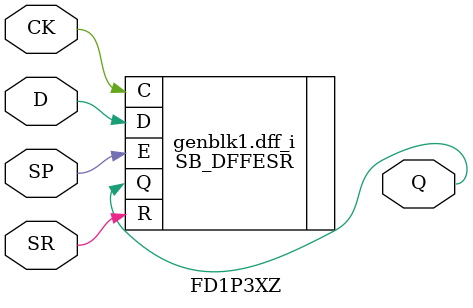
<source format=v>
/*
This maps new-style Radiant cells, where possible, to the older iCEcube
SB_ cells

Some mappings are not easily possible, for example IO buffers and registers
are separated in the Radiant cell library but were fused in iCEcube
*/

// Bidirectional IO buffer
module BB_B (input T_N, input I, output O, inout B );
 SB_IO #(
   .PIN_TYPE(6'b101001),
   .PULLUP(1'b1)
 ) sb_io_i (
    .PACKAGE_PIN(B),
    .D_OUT_0(I),
    .D_IN_0(O),
    .OUTPUT_ENABLE(T_N)
 );
endmodule

// Bidirectional IO buffer, I3C capable
module BB_I3C (input T_N, I, PU_ENB, WEAK_PU_ENB, output O, inout B);
parameter PULLMODE = "100K";

SB_IO_I3C #(
  .PIN_TYPE(6'b101001),
  .PULLUP(1'b1),
  .PULLMODE(PULLMODE) // TODO: make arachne-pnr recognize this as well as the legacy attribute mechanism
) sb_io_i3c_i (
   .PACKAGE_PIN(B),
   .D_OUT_0(I),
   .D_IN_0(O),
   .OUTPUT_ENABLE(T_N),
   .PU_ENB(PU_ENB),
   .WEAK_PU_ENB(WEAK_PU_ENB)
);
endmodule

// Bidirectional IO buffer, open drain
module BB_OD (input T_N, I, output O, inout B);
 SB_IO_OD #(
   .PIN_TYPE(6'b101001),
   .PULLUP(1'b1)
 ) sb_io_od_i (
    .PACKAGEPIN(B),
    .DOUT0(I),
    .DIN0(O),
    .OUTPUTENABLE(T_N)
 );
endmodule

// Non-inverting buffer
module BUF (input A, output Z); assign Z = A; endmodule

// Dual carry chain
module CCU2_B(input A0, B0, C0, CIN, A1, B1, C1, output COUT, S0, S1);
parameter INIT0 = "0xc33c";
parameter INIT1 = "0xc33c";

wire carry;

SB_LUT4 #(.LUT_INIT(INIT0)) lut_0 (.O(S0), .I0(A0), .I1(B0), .I2(C0), .I3(CIN));
SB_CARRY carry_0 (.CO(carry), .I0(B0), .I1(C0), .CI(CIN));

SB_LUT4 #(.LUT_INIT(INIT1)) lut_1 (.O(S1), .I0(A1), .I1(B1), .I2(C1), .I3(carry));
SB_CARRY carry_1 (.CO(COUT), .I0(B1), .I1(C1), .CI(carry));

endmodule

// 4kbit block RAM
module EBR_B (
	input RADDR10, RADDR9, RADDR8, RADDR7, RADDR6, RADDR5, RADDR4, RADDR3, RADDR2, RADDR1, RADDR0,
				WADDR10, WADDR9, WADDR8, WADDR7, WADDR6, WADDR5, WADDR4, WADDR3, WADDR2, WADDR1, WADDR0,
				MASK_N15, MASK_N14, MASK_N13, MASK_N12, MASK_N11, MASK_N10, MASK_N9, MASK_N8, MASK_N7, MASK_N6, MASK_N5, MASK_N4, MASK_N3, MASK_N2, MASK_N1, MASK_N0,
				WDATA15, WDATA14, WDATA13, WDATA12, WDATA11, WDATA10, WDATA9, WDATA8, WDATA7, WDATA6, WDATA5, WDATA4, WDATA3, WDATA2, WDATA1, WDATA0,
				RCLKE, RCLK, RE, WCLKE, WCLK, WE, 
	output RDATA15, RDATA14, RDATA13, RDATA12, RDATA11, RDATA10, RDATA9, RDATA8, RDATA7, RDATA6, RDATA5, RDATA4, RDATA3, RDATA2, RDATA1, RDATA0);

	parameter INIT_0 = "0x0000000000000000000000000000000000000000000000000000000000000000";
	parameter INIT_1 = "0x0000000000000000000000000000000000000000000000000000000000000000";
	parameter INIT_2 = "0x0000000000000000000000000000000000000000000000000000000000000000";
	parameter INIT_3 = "0x0000000000000000000000000000000000000000000000000000000000000000";
	parameter INIT_4 = "0x0000000000000000000000000000000000000000000000000000000000000000";
	parameter INIT_5 = "0x0000000000000000000000000000000000000000000000000000000000000000";
	parameter INIT_6 = "0x0000000000000000000000000000000000000000000000000000000000000000";
	parameter INIT_7 = "0x0000000000000000000000000000000000000000000000000000000000000000";
	parameter INIT_8 = "0x0000000000000000000000000000000000000000000000000000000000000000";
	parameter INIT_9 = "0x0000000000000000000000000000000000000000000000000000000000000000";
	parameter INIT_A = "0x0000000000000000000000000000000000000000000000000000000000000000";
	parameter INIT_B = "0x0000000000000000000000000000000000000000000000000000000000000000";
	parameter INIT_C = "0x0000000000000000000000000000000000000000000000000000000000000000";
	parameter INIT_D = "0x0000000000000000000000000000000000000000000000000000000000000000";
	parameter INIT_E = "0x0000000000000000000000000000000000000000000000000000000000000000";
	parameter INIT_F = "0x0000000000000000000000000000000000000000000000000000000000000000";
	parameter DATA_WIDTH_W = "2";
	parameter DATA_WIDTH_R = "2";

wire RADDR = {RADDR10, RADDR9, RADDR8, RADDR7, RADDR6, RADDR5, RADDR4, RADDR3, RADDR2, RADDR1, RADDR0};
wire WADDR = {WADDR10, WADDR9, WADDR8, WADDR7, WADDR6, WADDR5, WADDR4, WADDR3, WADDR2, WADDR1, WADDR0};
wire MASK = {MASK_N15, MASK_N14, MASK_N13, MASK_N12, MASK_N11, MASK_N10, MASK_N9, MASK_N8, MASK_N7, MASK_N6, MASK_N5, MASK_N4, MASK_N3, MASK_N2, MASK_N1, MASK_N0};
wire WDATA = {WDATA15, WDATA14, WDATA13, WDATA12, WDATA11, WDATA10, WDATA9, WDATA8, WDATA7, WDATA6, WDATA5, WDATA4, WDATA3, WDATA2, WDATA1, WDATA0};

localparam WRITE_MODE = (DATA_WIDTH_W == "16") ? 0 : ((DATA_WIDTH_W == "8") ? 1 : ((DATA_WIDTH_W == "4") ? 2 : 3));
localparam READ_MODE = (DATA_WIDTH_R == "16") ? 0 : ((DATA_WIDTH_R == "8") ? 1 : ((DATA_WIDTH_R == "4") ? 2 : 3));

SB_RAM40_4K #(
	.INIT_0(INIT_0), .INIT_1(INIT_1), .INIT_2(INIT_2), .INIT_3(INIT_3), 
	.INIT_4(INIT_4), .INIT_5(INIT_5), .INIT_6(INIT_6), .INIT_7(INIT_7), 
	.INIT_8(INIT_8), .INIT_9(INIT_9), .INIT_A(INIT_A), .INIT_B(INIT_B), 
	.INIT_C(INIT_C), .INIT_D(INIT_D), .INIT_E(INIT_E), .INIT_F(INIT_F), 
	.WRITE_MODE(WRITE_MODE),
	.READ_MODE(READ_MODE),
) sb_ram_i (
	.RDATA({RDATA15, RDATA14, RDATA13, RDATA12, RDATA11, RDATA10, RDATA9, RDATA8, RDATA7, RDATA6, RDATA5, RDATA4, RDATA3, RDATA2, RDATA1, RDATA0}),
	.RCLK(RCLK), .RCLKE(RCLKE), .RE(RE),
	.RADDR(RADDR),
	.WCLK(WCLK), .WCLKE(WCLKE), .WE(WE),
	.WADDR(WADDR),
	.MASK(MASK), .WDATA(WDATA)
);
endmodule 

// Dual full adder
module FA2(input A0, B0, C0, D0, CI0, A1, B1, C1, D1, CI1, output CO0, CO1, S0, S1);
parameter INIT0 = "0xc33c";
parameter INIT1 = "0xc33c";

wire carry;

SB_LUT4 #(.LUT_INIT(INIT0)) lut_0 (.O(S0), .I0(A0), .I1(B0), .I2(C0), .I3(D0));
SB_CARRY carry_0 (.CO(CO0), .I0(B0), .I1(C0), .CI(CI0));

SB_LUT4 #(.LUT_INIT(INIT1)) lut_1 (.O(S1), .I0(A1), .I1(B1), .I2(C1), .I3(D1));
SB_CARRY carry_1 (.CO(CO1), .I0(B1), .I1(C1), .CI(CI1));

endmodule

// Positive edge triggered DFF with active high enable and active high async preset
module FD1P3BZ(input D, CK, SP, PD, output Q); SB_DFFES dff_i(.D(D), .C(CK), .E(SP), .S(PD), .Q(Q)); endmodule

// Positive edge triggered DFF with active high enable and active high async clear
module FD1P3DZ(input D, CK, SP, CD, output Q); SB_DFFER dff_i(.D(D), .C(CK), .E(SP), .R(CD), .Q(Q)); endmodule

// Positive edge triggered DFF with active high enable and active high sync clear
module FD1P3IZ(input D, CK, SP, CD, output Q); SB_DFFESR dff_i(.D(D), .C(CK), .E(SP), .R(CD), .Q(Q)); endmodule

// Positive edge triggered DFF with active high enable and active high sync preset
module FD1P3JZ(input D, CK, SP, PD, output Q); SB_DFFESS dff_i(.D(D), .C(CK), .E(SP), .S(PD), .Q(Q)); endmodule

// Positive edge triggered DFF with active high enable and active high sync/async clear/preset
module FD1P3XZ(input D, CK, SP, SR, output Q);
parameter REGSET = "RESET";
parameter SRMODE = "CE_OVER_LSR";

generate
if((REGSET == "RESET") && (SRMODE=="CE_OVER_LSR")) begin
  SB_DFFESR dff_i(.D(D), .C(CK), .E(SP), .R(SR), .Q(Q));
end else if((REGSET == "SET") && (SRMODE=="CE_OVER_LSR")) begin
  SB_DFFESS dff_i(.D(D), .C(CK), .E(SP), .S(SR), .Q(Q));
end else if((REGSET == "RESET") && (SRMODE=="ASYNC")) begin
  SB_DFFER dff_i(.D(D), .C(CK), .E(SP), .R(SR), .Q(Q));
end else if((REGSET == "SET") && (SRMODE=="ASYNC")) begin
  SB_DFFES dff_i(.D(D), .C(CK), .E(SP), .S(SR), .Q(Q));
end
endgenerate

endmodule

</source>
